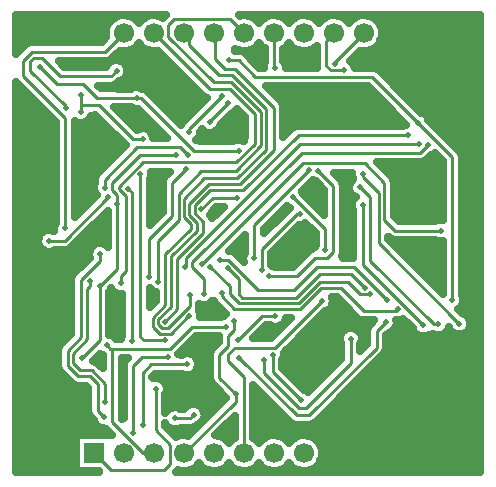
<source format=gbl>
G04 DipTrace 2.4.0.2*
%INBottom.gbr*%
%MOIN*%
%ADD13C,0.01*%
%ADD16C,0.025*%
%ADD31R,0.0669X0.0669*%
%ADD32C,0.0669*%
%ADD49C,0.02*%
%FSLAX44Y44*%
G04*
G70*
G90*
G75*
G01*
%LNBottom*%
%LPD*%
X11600Y9340D2*
D13*
Y9040D1*
X11420Y8860D1*
Y8520D1*
X11120Y8220D1*
Y7460D1*
X11660Y6920D1*
Y6660D1*
X9940Y4940D1*
X7140Y10500D2*
Y8720D1*
X6540Y8120D1*
X7720Y13260D2*
Y11080D1*
X7140Y10500D1*
X18880Y10060D2*
Y14800D1*
X17740Y15940D1*
X11440Y18040D2*
X11760D1*
X12320Y17480D1*
X16200D1*
X17740Y15940D1*
X10800Y15980D2*
Y16000D1*
X11400Y16600D1*
X7720Y13260D2*
Y13540D1*
X7540Y13720D1*
Y13960D1*
X8460Y14880D1*
X9660D1*
X11940Y4940D2*
Y7480D1*
X11420Y8000D1*
Y8240D1*
X11640Y8460D1*
X12980D1*
X14540Y10020D1*
X12280Y11440D2*
Y12540D1*
X14120Y14380D1*
X14980Y17920D2*
Y17980D1*
X15940Y18940D1*
X10600Y10240D2*
Y10760D1*
X10220Y11140D1*
Y11320D1*
X13860Y14960D1*
X17820D1*
X18080Y15220D1*
X11760Y8120D2*
X11780D1*
X13700Y6200D1*
X14100D1*
X16360Y8460D1*
Y9000D1*
X16660Y9300D1*
X15500Y8760D2*
Y7940D1*
X14000Y6440D1*
X13780D1*
X12600Y7620D1*
Y8040D1*
X12620Y8060D1*
X18420Y9240D2*
X18260D1*
X16140Y11360D1*
Y13480D1*
X15820Y13800D1*
X15900Y13200D2*
Y11220D1*
X17920Y9200D1*
X15900Y14260D2*
Y14140D1*
X16440Y13600D1*
Y11940D1*
X19120Y9260D1*
X10040Y7900D2*
X8840D1*
X8560Y7620D1*
Y5880D1*
X5440Y12020D2*
X5960D1*
X7420Y13480D1*
X8200Y8680D2*
Y13640D1*
X8080Y13760D1*
X12980Y9520D2*
X12540D1*
X11740Y8720D1*
X12900Y8220D2*
Y7640D1*
X13840Y6700D1*
X6002Y16440D2*
Y16503D1*
X4815Y17690D1*
Y18003D1*
X4940Y18128D1*
X5190D1*
X5815Y17502D1*
X7502D1*
X7690Y17690D1*
X8359Y16781D2*
X7037D1*
X6565Y17252D1*
X5690D1*
X5127Y17815D1*
X14640Y11700D2*
Y12400D1*
X13560Y13480D1*
X11760Y15020D2*
X10260D1*
X8499Y16781D1*
X8359D1*
X6503Y16878D2*
Y16557D1*
Y16315D1*
X8560Y15400D2*
X8240D1*
X7100Y16540D1*
X6520D1*
X6503Y16557D1*
X8480Y14240D2*
Y8820D1*
X8600Y8700D1*
X9300D1*
X11340Y9160D2*
X10200D1*
X9460Y8420D1*
X7554D1*
X7480D1*
X7360Y8540D1*
X7554Y8420D2*
Y5966D1*
X8580Y4940D1*
X8940D1*
X17420Y15540D2*
X13760D1*
X11920Y13700D1*
X10800D1*
X10300Y13200D1*
Y12940D1*
X10580Y12660D1*
Y12280D1*
X9720Y11420D1*
Y9740D1*
X9300Y9320D1*
X6815Y10695D2*
Y10515D1*
X6720Y10420D1*
Y8740D1*
X6240Y8260D1*
Y7940D1*
X6480Y7700D1*
X6860D1*
X7320Y7240D1*
Y6660D1*
X10140Y10220D2*
Y9840D1*
X9400Y9100D1*
X9220D1*
X9080Y9240D1*
Y9400D1*
X9500Y9820D1*
Y11500D1*
X10360Y12360D1*
Y12620D1*
X10100Y12880D1*
Y13260D1*
X10760Y13920D1*
X11800D1*
X12940Y15060D1*
Y16440D1*
X11640Y17740D1*
X11300D1*
X10960Y18080D1*
Y18920D1*
X10940Y18940D1*
X7140Y11580D2*
Y11360D1*
X6500Y10720D1*
Y8800D1*
X6060Y8360D1*
Y7860D1*
X6420Y7500D1*
X6800D1*
X7060Y7240D1*
Y6360D1*
X7280Y6140D1*
X9640Y6100D2*
X10140D1*
X10260Y6220D1*
X10120Y9500D2*
X10080D1*
X9500Y8920D1*
X9140D1*
X8900Y9160D1*
Y9460D1*
X9320Y9880D1*
Y11580D1*
X10160Y12420D1*
Y12580D1*
X9940Y12800D1*
Y13420D1*
X10620Y14100D1*
X11720D1*
X12680Y15060D1*
Y16400D1*
X11540Y17540D1*
X11120D1*
X10100Y18560D1*
Y18780D1*
X9940Y18940D1*
X11206Y10294D2*
Y10174D1*
X11620Y9760D1*
X13820D1*
X14520Y10460D1*
X15160D1*
X15940Y9680D1*
X17000D1*
X17060Y9740D1*
X15980Y10460D2*
X15520Y10920D1*
X14460D1*
X13660Y10120D1*
X11880D1*
X11760Y10240D1*
Y10740D1*
X11400Y11100D1*
X18500Y12360D2*
X16980D1*
X16620Y12720D1*
Y13960D1*
X15980Y14600D1*
X13900D1*
X10540Y11240D1*
X11140Y11380D2*
X11420D1*
X12420Y10380D1*
X13600D1*
X14360Y11140D1*
X15620D1*
X16700Y10060D1*
X16140Y10240D2*
X15820D1*
X15400Y10660D1*
X14480D1*
X13760Y9940D1*
X11760D1*
X11460Y10240D1*
Y10500D1*
X10820Y11140D1*
X12540Y11040D2*
Y11760D1*
X13700Y12920D1*
X13800D1*
X12980Y17780D2*
X12940Y17820D1*
Y18940D1*
X9080Y10660D2*
Y12020D1*
X9760Y12700D1*
Y13580D1*
X10520Y14340D1*
X11660D1*
X12520Y15200D1*
Y16300D1*
X11520Y17300D1*
X10940D1*
X9420Y18820D1*
Y19200D1*
X9620Y19400D1*
X11480D1*
X11940Y18940D1*
X12780Y10840D2*
X13700D1*
X14320Y11460D1*
X14720D1*
X14920Y11660D1*
Y13860D1*
X14420Y14360D1*
X15280Y17700D2*
X14840D1*
X14680Y17860D1*
Y18680D1*
X14940Y18940D1*
X8780Y10820D2*
Y12080D1*
X9540Y12840D1*
Y13940D1*
X10000Y14400D1*
X10120Y15660D2*
Y15760D1*
X11220Y16860D1*
X9000Y7080D2*
Y5700D1*
X9480Y5220D1*
Y4580D1*
X9280Y4380D1*
X7500D1*
X6940Y4940D1*
X9400Y8140D2*
X8540D1*
X8240Y7840D1*
Y5620D1*
X7840Y10600D2*
Y10860D1*
X8000Y11020D1*
Y13520D1*
X7760Y13760D1*
Y13820D1*
X8580Y14640D1*
X11680D1*
X12300Y15260D1*
Y16260D1*
X11480Y17080D1*
X10800D1*
X8940Y18940D1*
X5980Y12440D2*
Y16100D1*
X4560Y17520D1*
Y18020D1*
X4860Y18320D1*
X7320D1*
X7940Y18940D1*
X7300Y13780D2*
Y14060D1*
X8380Y15140D1*
X9800D1*
X10060Y14880D1*
X11720Y13460D2*
X10891D1*
X10511Y13080D1*
X17760Y15260D2*
X13820D1*
X10020Y11460D1*
Y11220D1*
X9960Y11160D1*
D49*
X11600Y9340D3*
X11660Y6920D3*
X7140Y10500D3*
X6540Y8120D3*
X7720Y13260D3*
X7140Y10500D3*
X18880Y10060D3*
X17740Y15940D3*
X11440Y18040D3*
X10800Y15980D3*
X11400Y16600D3*
X9660Y14880D3*
X7720Y13260D3*
X14540Y10020D3*
X12280Y11440D3*
X14120Y14380D3*
X14980Y17920D3*
X10600Y10240D3*
X18080Y15220D3*
X11760Y8120D3*
X16660Y9300D3*
X15500Y8760D3*
X12620Y8060D3*
X18420Y9240D3*
X15820Y13800D3*
X15900Y13200D3*
X17920Y9200D3*
X15900Y14260D3*
X19120Y9260D3*
X10040Y7900D3*
X8560Y5880D3*
X5440Y12020D3*
X7420Y13480D3*
X8200Y8680D3*
X8080Y13760D3*
X12980Y9520D3*
X11740Y8720D3*
X12900Y8220D3*
X13840Y6700D3*
X6002Y16440D3*
X7690Y17690D3*
X8359Y16781D3*
X5127Y17815D3*
X14640Y11700D3*
X13560Y13480D3*
X11760Y15020D3*
X8359Y16781D3*
X6503Y16878D3*
Y16315D3*
X8560Y15400D3*
X8480Y14240D3*
X9300Y8700D3*
X11340Y9160D3*
X7360Y8540D3*
X17420Y15540D3*
X9300Y9320D3*
X6815Y10695D3*
X7320Y6660D3*
X10140Y10220D3*
X7140Y11580D3*
X7280Y6140D3*
X9640Y6100D3*
X10260Y6220D3*
X10120Y9500D3*
X11206Y10294D3*
X17060Y9740D3*
X15980Y10460D3*
X11400Y11100D3*
X18500Y12360D3*
X10540Y11240D3*
X11140Y11380D3*
X16700Y10060D3*
X16140Y10240D3*
X10820Y11140D3*
X12540Y11040D3*
X13800Y12920D3*
X12980Y17780D3*
X9080Y10660D3*
X12780Y10840D3*
X14420Y14360D3*
X15280Y17700D3*
X8780Y10820D3*
X10000Y14400D3*
X10120Y15660D3*
X11220Y16860D3*
X9000Y7080D3*
X9400Y8140D3*
X8240Y5620D3*
X7840Y10600D3*
X5980Y12440D3*
X7300Y13780D3*
X10060Y14880D3*
X11720Y13460D3*
X10511Y13080D3*
X17760Y15260D3*
X9960Y11160D3*
X4350Y19306D2*
D16*
X7439D1*
X16438D2*
X19790D1*
X4350Y19058D2*
X7325D1*
X16551D2*
X19790D1*
X4350Y18809D2*
X7329D1*
X16551D2*
X19790D1*
X4350Y18560D2*
X4630D1*
X16430D2*
X19790D1*
X7782Y18312D2*
X9099D1*
X11946D2*
X12599D1*
X13282D2*
X14341D1*
X15782D2*
X19790D1*
X7528Y18063D2*
X9345D1*
X12207D2*
X12599D1*
X13282D2*
X14341D1*
X15532D2*
X19790D1*
X8059Y17814D2*
X9595D1*
X12457D2*
X12591D1*
X13368D2*
X14345D1*
X15653D2*
X19790D1*
X8059Y17565D2*
X9845D1*
X16586D2*
X19790D1*
X7786Y17317D2*
X10091D1*
X16832D2*
X19790D1*
X4350Y17068D2*
X4540D1*
X8653D2*
X10341D1*
X12782D2*
X16142D1*
X17082D2*
X19790D1*
X4350Y16819D2*
X4790D1*
X8930D2*
X10599D1*
X13032D2*
X16392D1*
X17332D2*
X19790D1*
X4350Y16571D2*
X5040D1*
X9180D2*
X10462D1*
X13250D2*
X16638D1*
X17579D2*
X19790D1*
X4350Y16322D2*
X5286D1*
X7789D2*
X8489D1*
X9430D2*
X10212D1*
X11661D2*
X11767D1*
X13282D2*
X16888D1*
X17829D2*
X19790D1*
X4350Y16073D2*
X5536D1*
X6801D2*
X7095D1*
X8036D2*
X8736D1*
X9676D2*
X9962D1*
X11344D2*
X11958D1*
X13282D2*
X17138D1*
X18106D2*
X19790D1*
X4350Y15825D2*
X5642D1*
X6321D2*
X7345D1*
X8286D2*
X8986D1*
X11157D2*
X11958D1*
X13282D2*
X13599D1*
X18325D2*
X19790D1*
X4350Y15576D2*
X5642D1*
X6321D2*
X7595D1*
X8903D2*
X9236D1*
X10500D2*
X11958D1*
X18575D2*
X19790D1*
X4350Y15327D2*
X5642D1*
X6321D2*
X7841D1*
X18825D2*
X19790D1*
X4350Y15079D2*
X5642D1*
X6321D2*
X7849D1*
X19071D2*
X19790D1*
X4350Y14830D2*
X5642D1*
X6321D2*
X7599D1*
X18161D2*
X18380D1*
X19219D2*
X19790D1*
X4350Y14581D2*
X5642D1*
X6321D2*
X7353D1*
X16469D2*
X18540D1*
X19219D2*
X19790D1*
X4350Y14333D2*
X5642D1*
X6321D2*
X7103D1*
X16719D2*
X18540D1*
X19219D2*
X19790D1*
X4350Y14084D2*
X5642D1*
X6321D2*
X6962D1*
X8836D2*
X9236D1*
X15168D2*
X15556D1*
X16934D2*
X18540D1*
X19219D2*
X19790D1*
X4350Y13835D2*
X5642D1*
X6321D2*
X6915D1*
X8821D2*
X9200D1*
X14047D2*
X14474D1*
X15258D2*
X15431D1*
X16961D2*
X18540D1*
X19219D2*
X19790D1*
X4350Y13586D2*
X5642D1*
X6321D2*
X6966D1*
X8821D2*
X9200D1*
X13934D2*
X14579D1*
X15258D2*
X15497D1*
X16961D2*
X18540D1*
X19219D2*
X19790D1*
X4350Y13338D2*
X5642D1*
X6321D2*
X6806D1*
X8821D2*
X9200D1*
X14172D2*
X14579D1*
X15258D2*
X15536D1*
X16961D2*
X18540D1*
X19219D2*
X19790D1*
X4350Y13089D2*
X5642D1*
X6321D2*
X6560D1*
X8821D2*
X9200D1*
X10993D2*
X11177D1*
X13301D2*
X13401D1*
X14422D2*
X14579D1*
X15258D2*
X15529D1*
X16961D2*
X18540D1*
X19219D2*
X19790D1*
X4350Y12840D2*
X5642D1*
X7250D2*
X7379D1*
X8821D2*
X9071D1*
X13051D2*
X13151D1*
X15258D2*
X15560D1*
X16969D2*
X18540D1*
X19219D2*
X19790D1*
X4350Y12592D2*
X5622D1*
X7000D2*
X7380D1*
X12801D2*
X12901D1*
X15258D2*
X15560D1*
X19219D2*
X19790D1*
X4350Y12343D2*
X5247D1*
X6754D2*
X7380D1*
X13594D2*
X14228D1*
X15258D2*
X15560D1*
X19219D2*
X19790D1*
X4350Y12094D2*
X5056D1*
X6504D2*
X7380D1*
X11864D2*
X11943D1*
X13344D2*
X14302D1*
X15258D2*
X15560D1*
X19219D2*
X19790D1*
X4350Y11846D2*
X5095D1*
X6254D2*
X6864D1*
X11618D2*
X11939D1*
X13094D2*
X14282D1*
X15258D2*
X15560D1*
X17004D2*
X18540D1*
X19219D2*
X19790D1*
X4350Y11597D2*
X6751D1*
X11672D2*
X11927D1*
X12879D2*
X13986D1*
X15254D2*
X15560D1*
X17254D2*
X18540D1*
X19219D2*
X19790D1*
X4350Y11348D2*
X6657D1*
X12879D2*
X13739D1*
X17500D2*
X18540D1*
X19219D2*
X19790D1*
X4350Y11100D2*
X6407D1*
X17750D2*
X18540D1*
X19219D2*
X19790D1*
X4350Y10851D2*
X6189D1*
X18000D2*
X18540D1*
X19219D2*
X19790D1*
X4350Y10602D2*
X6161D1*
X18246D2*
X18540D1*
X19219D2*
X19790D1*
X4350Y10354D2*
X6161D1*
X19219D2*
X19790D1*
X4350Y10105D2*
X6161D1*
X7481D2*
X7861D1*
X8821D2*
X8982D1*
X14918D2*
X15047D1*
X19266D2*
X19790D1*
X4350Y9856D2*
X6161D1*
X7481D2*
X7861D1*
X10481D2*
X11052D1*
X14891D2*
X15294D1*
X19207D2*
X19790D1*
X4350Y9607D2*
X6161D1*
X7481D2*
X7861D1*
X10493D2*
X11302D1*
X14598D2*
X15544D1*
X19258D2*
X19790D1*
X4350Y9359D2*
X6161D1*
X7481D2*
X7861D1*
X13332D2*
X13409D1*
X14348D2*
X16247D1*
X17043D2*
X17290D1*
X19496D2*
X19790D1*
X4350Y9110D2*
X6161D1*
X7481D2*
X7861D1*
X12602D2*
X13161D1*
X14102D2*
X15372D1*
X15629D2*
X16040D1*
X16996D2*
X17540D1*
X19477D2*
X19790D1*
X4350Y8861D2*
X6091D1*
X7559D2*
X7857D1*
X12352D2*
X12911D1*
X13852D2*
X15126D1*
X15875D2*
X16018D1*
X16700D2*
X17759D1*
X18082D2*
X19790D1*
X4350Y8613D2*
X5841D1*
X10121D2*
X11044D1*
X13602D2*
X15142D1*
X15860D2*
X16024D1*
X16700D2*
X19790D1*
X4350Y8364D2*
X5720D1*
X9875D2*
X10814D1*
X13356D2*
X15161D1*
X16684D2*
X19790D1*
X4350Y8115D2*
X5720D1*
X7004D2*
X7216D1*
X10360D2*
X10779D1*
X13274D2*
X15161D1*
X16485D2*
X19790D1*
X4350Y7867D2*
X5720D1*
X10430D2*
X10779D1*
X13239D2*
X14958D1*
X16239D2*
X19790D1*
X4350Y7618D2*
X5833D1*
X10297D2*
X10779D1*
X13391D2*
X14708D1*
X15989D2*
X19790D1*
X4350Y7369D2*
X6079D1*
X9246D2*
X10794D1*
X13641D2*
X14458D1*
X15739D2*
X19790D1*
X4350Y7121D2*
X6708D1*
X9387D2*
X10989D1*
X13891D2*
X14212D1*
X15493D2*
X19790D1*
X4350Y6872D2*
X6720D1*
X9340D2*
X11239D1*
X12282D2*
X12556D1*
X15243D2*
X19790D1*
X4350Y6623D2*
X6720D1*
X9340D2*
X11154D1*
X12282D2*
X12806D1*
X14993D2*
X19790D1*
X4350Y6375D2*
X6720D1*
X10614D2*
X10904D1*
X12282D2*
X13056D1*
X14746D2*
X19790D1*
X4350Y6126D2*
X6825D1*
X12282D2*
X13302D1*
X14496D2*
X19790D1*
X4350Y5877D2*
X7001D1*
X11348D2*
X11599D1*
X12282D2*
X19790D1*
X4350Y5628D2*
X7423D1*
X9543D2*
X10157D1*
X11098D2*
X11599D1*
X12282D2*
X19790D1*
X4350Y5380D2*
X6314D1*
X11371D2*
X11511D1*
X12371D2*
X12511D1*
X13371D2*
X13511D1*
X14371D2*
X19790D1*
X4350Y5131D2*
X6314D1*
X14532D2*
X19790D1*
X4350Y4882D2*
X6314D1*
X14563D2*
X19790D1*
X4350Y4634D2*
X6314D1*
X14481D2*
X19790D1*
X4350Y4385D2*
X6314D1*
X10192D2*
X10689D1*
X11192D2*
X11689D1*
X12192D2*
X12689D1*
X13192D2*
X13689D1*
X14192D2*
X19790D1*
X8440Y18613D2*
X8343Y18496D1*
X8242Y18422D1*
X8129Y18371D1*
X8007Y18344D1*
X7882Y18343D1*
X7802Y18360D1*
X7543Y18097D1*
X7439Y18028D1*
X7320Y18005D1*
X5761D1*
X5946Y17817D1*
X7350D1*
X7394Y17904D1*
X7483Y17991D1*
X7596Y18043D1*
X7720Y18054D1*
X7840Y18023D1*
X7943Y17953D1*
X8017Y17852D1*
X8052Y17733D1*
X8055Y17690D1*
X8034Y17567D1*
X7973Y17459D1*
X7879Y17378D1*
X7788Y17342D1*
X7725Y17280D1*
X7622Y17211D1*
X7502Y17187D1*
X7077D1*
X7166Y17097D1*
X8174Y17096D1*
X8265Y17133D1*
X8389Y17144D1*
X8510Y17113D1*
X8539Y17094D1*
X8591Y17082D1*
X8678Y17040D1*
X8628Y17068D1*
X8722Y17003D1*
X9835Y15890D1*
X9897Y15983D1*
X10696Y16781D1*
X10577Y16857D1*
X9077Y18357D1*
X9007Y18344D1*
X8882Y18343D1*
X8760Y18368D1*
X8645Y18418D1*
X8544Y18490D1*
X8441Y18612D1*
X7356Y18804D2*
X7340Y18931D1*
X7352Y19055D1*
X7388Y19175D1*
X7449Y19284D1*
X7531Y19378D1*
X7630Y19453D1*
X7743Y19506D1*
X7864Y19535D1*
X7989Y19538D1*
X8112Y19515D1*
X8227Y19467D1*
X8330Y19396D1*
X8416Y19305D1*
X8438Y19269D1*
X8531Y19378D1*
X8630Y19453D1*
X8743Y19506D1*
X8864Y19535D1*
X8989Y19538D1*
X9112Y19515D1*
X9237Y19460D1*
X9327Y19553D1*
X8440Y19555D1*
X4325D1*
Y18231D1*
X4637Y18543D1*
X4741Y18612D1*
X4860Y18635D1*
X7192D1*
X7354Y18800D1*
X11807Y19521D2*
X11864Y19535D1*
X11989Y19538D1*
X12112Y19515D1*
X12227Y19467D1*
X12330Y19396D1*
X12416Y19305D1*
X12438Y19269D1*
X12531Y19378D1*
X12630Y19453D1*
X12743Y19506D1*
X12864Y19535D1*
X12989Y19538D1*
X13112Y19515D1*
X13227Y19467D1*
X13330Y19396D1*
X13416Y19305D1*
X13438Y19269D1*
X13531Y19378D1*
X13630Y19453D1*
X13743Y19506D1*
X13864Y19535D1*
X13989Y19538D1*
X14112Y19515D1*
X14227Y19467D1*
X14330Y19396D1*
X14416Y19305D1*
X14438Y19269D1*
X14531Y19378D1*
X14630Y19453D1*
X14743Y19506D1*
X14864Y19535D1*
X14989Y19538D1*
X15112Y19515D1*
X15227Y19467D1*
X15330Y19396D1*
X15416Y19305D1*
X15438Y19269D1*
X15531Y19378D1*
X15630Y19453D1*
X15743Y19506D1*
X15864Y19535D1*
X15989Y19538D1*
X16112Y19515D1*
X16227Y19467D1*
X16330Y19396D1*
X16416Y19305D1*
X16481Y19199D1*
X16523Y19081D1*
X16540Y18940D1*
X16527Y18816D1*
X16488Y18697D1*
X16426Y18589D1*
X16343Y18496D1*
X16242Y18422D1*
X16129Y18371D1*
X16007Y18344D1*
X15882Y18343D1*
X15802Y18360D1*
X15464Y18018D1*
X15533Y17963D1*
X15607Y17862D1*
X15628Y17792D1*
X16200Y17795D1*
X16322Y17771D1*
X16423Y17703D1*
X17834Y16291D1*
X17890Y16273D1*
X17993Y16203D1*
X18067Y16102D1*
X18086Y16039D1*
X19103Y15023D1*
X19172Y14919D1*
X19195Y14800D1*
Y10241D1*
X19242Y10103D1*
X19245Y10060D1*
X19224Y9937D1*
X19163Y9829D1*
X19072Y9750D1*
X19212Y9613D1*
X19270Y9593D1*
X19373Y9523D1*
X19447Y9422D1*
X19482Y9303D1*
X19485Y9260D1*
X19464Y9137D1*
X19403Y9029D1*
X19309Y8948D1*
X19193Y8902D1*
X19069Y8899D1*
X18950Y8937D1*
X18852Y9013D1*
X18784Y9117D1*
X18774Y9159D1*
X18764Y9117D1*
X18703Y9009D1*
X18609Y8928D1*
X18493Y8882D1*
X18369Y8879D1*
X18241Y8924D1*
X18109Y8888D1*
X17993Y8842D1*
X17869Y8839D1*
X17750Y8877D1*
X17652Y8953D1*
X17584Y9057D1*
X17574Y9099D1*
X17247Y9427D1*
X17133Y9382D1*
X17019Y9366D1*
X17025Y9300D1*
X17004Y9177D1*
X16943Y9069D1*
X16849Y8988D1*
X16758Y8952D1*
X16676Y8870D1*
X16675Y8460D1*
X16651Y8338D1*
X16583Y8237D1*
X14323Y5977D1*
X14219Y5908D1*
X14100Y5885D1*
X13700D1*
X13578Y5909D1*
X13477Y5977D1*
X12254Y7201D1*
X12255Y5453D1*
X12330Y5396D1*
X12416Y5305D1*
X12438Y5269D1*
X12531Y5378D1*
X12630Y5453D1*
X12743Y5506D1*
X12864Y5535D1*
X12989Y5538D1*
X13112Y5515D1*
X13227Y5467D1*
X13330Y5396D1*
X13416Y5305D1*
X13438Y5269D1*
X13531Y5378D1*
X13630Y5453D1*
X13743Y5506D1*
X13864Y5535D1*
X13989Y5538D1*
X14112Y5515D1*
X14227Y5467D1*
X14330Y5396D1*
X14416Y5305D1*
X14481Y5199D1*
X14523Y5081D1*
X14540Y4940D1*
X14527Y4816D1*
X14488Y4697D1*
X14426Y4589D1*
X14343Y4496D1*
X14242Y4422D1*
X14129Y4371D1*
X14007Y4344D1*
X13882Y4343D1*
X13760Y4368D1*
X13645Y4418D1*
X13544Y4490D1*
X13441Y4612D1*
X13343Y4496D1*
X13242Y4422D1*
X13129Y4371D1*
X13007Y4344D1*
X12882Y4343D1*
X12760Y4368D1*
X12645Y4418D1*
X12544Y4490D1*
X12441Y4612D1*
X12343Y4496D1*
X12242Y4422D1*
X12129Y4371D1*
X12007Y4344D1*
X11882Y4343D1*
X11760Y4368D1*
X11645Y4418D1*
X11544Y4490D1*
X11441Y4612D1*
X11343Y4496D1*
X11242Y4422D1*
X11129Y4371D1*
X11007Y4344D1*
X10882Y4343D1*
X10760Y4368D1*
X10645Y4418D1*
X10544Y4490D1*
X10441Y4612D1*
X10343Y4496D1*
X10242Y4422D1*
X10129Y4371D1*
X10007Y4344D1*
X9882Y4343D1*
X9728Y4382D1*
X9672Y4327D1*
X12200Y4325D1*
X19815D1*
Y19555D1*
X11772D1*
X11799Y19526D1*
X13440Y18613D2*
X13343Y18496D1*
X13252Y18429D1*
X13255Y18022D1*
X13307Y17942D1*
X13344Y17795D1*
X14371D1*
X14365Y18110D1*
Y18520D1*
X14242Y18422D1*
X14129Y18371D1*
X14007Y18344D1*
X13882Y18343D1*
X13760Y18368D1*
X13645Y18418D1*
X13544Y18490D1*
X13441Y18612D1*
X12623Y18434D2*
X12544Y18490D1*
X12441Y18612D1*
X12343Y18496D1*
X12242Y18422D1*
X12129Y18371D1*
X12007Y18344D1*
X11882Y18343D1*
X11760Y18368D1*
X11645Y18418D1*
X11624Y18355D1*
X11760D1*
X11882Y18331D1*
X11983Y18263D1*
X12450Y17796D1*
X12613Y17795D1*
X12625Y18070D1*
Y18433D1*
X9669Y5472D2*
X9743Y5506D1*
X9864Y5535D1*
X9989Y5538D1*
X10077Y5521D1*
X10499Y5944D1*
X10449Y5908D1*
X10358Y5872D1*
X10270Y5813D1*
X10140Y5785D1*
X9824D1*
X9713Y5742D1*
X9589Y5739D1*
X9470Y5777D1*
X9372Y5853D1*
X9315Y5941D1*
X9314Y5832D1*
X9671Y5475D1*
X10985Y5538D2*
X11112Y5515D1*
X11227Y5467D1*
X11330Y5396D1*
X11416Y5305D1*
X11438Y5269D1*
X11531Y5378D1*
X11627Y5451D1*
X11625Y6178D1*
X10985Y5540D1*
X11307Y6827D2*
X10897Y7237D1*
X10828Y7341D1*
X10805Y7460D1*
Y8220D1*
X10829Y8342D1*
X10897Y8443D1*
X11105Y8649D1*
Y8846D1*
X10328Y8845D1*
X9746Y8261D1*
X9840Y8215D1*
X9860D1*
X9946Y8253D1*
X10070Y8264D1*
X10190Y8233D1*
X10293Y8163D1*
X10367Y8062D1*
X10402Y7943D1*
X10405Y7900D1*
X10384Y7777D1*
X10323Y7669D1*
X10229Y7588D1*
X10113Y7542D1*
X9989Y7539D1*
X9861Y7584D1*
X8974Y7585D1*
X8872Y7487D1*
X8906Y7433D1*
X9030Y7444D1*
X9150Y7413D1*
X9253Y7343D1*
X9327Y7242D1*
X9362Y7123D1*
X9365Y7080D1*
X9344Y6957D1*
X9315Y6907D1*
Y6264D1*
X9344Y6314D1*
X9433Y6401D1*
X9546Y6453D1*
X9670Y6464D1*
X9790Y6433D1*
X9819Y6413D1*
X9949Y6415D1*
X10053Y6521D1*
X10166Y6573D1*
X10290Y6584D1*
X10410Y6553D1*
X10513Y6483D1*
X10587Y6382D1*
X10622Y6263D1*
X10625Y6220D1*
X10604Y6097D1*
X10543Y5989D1*
X10449Y5908D1*
X10601Y6047D1*
X11324Y6777D1*
X11314Y6819D1*
X11308Y6754D1*
X11328Y6773D1*
X11289Y9522D2*
X11304Y9554D1*
X11340Y9589D1*
X10983Y9952D1*
X10945Y9998D1*
X10883Y10009D1*
X10789Y9928D1*
X10673Y9882D1*
X10549Y9879D1*
X10456Y9909D1*
X10455Y9840D1*
X10425Y9708D1*
X10482Y9543D1*
X10480Y9473D1*
X11157Y9475D1*
X11246Y9513D1*
X11281Y9516D1*
X7455Y10316D2*
Y8895D1*
X7510Y8873D1*
X7613Y8803D1*
X7662Y8737D1*
X7839Y8735D1*
X7850Y8782D1*
X7885Y8855D1*
Y10239D1*
X7789D1*
X7670Y10277D1*
X7572Y10353D1*
X7519Y10434D1*
X7493Y10407D1*
X7455Y10327D1*
X7128Y8262D2*
X6890Y8025D1*
X6982Y7991D1*
X7083Y7923D1*
X7240Y7765D1*
X7239Y8197D1*
X7190Y8217D1*
X7132Y8262D1*
X18565Y10259D2*
Y12001D1*
X18449Y11999D1*
X18321Y12044D1*
X16980Y12045D1*
X16858Y12069D1*
X16755Y12140D1*
Y12073D1*
X16851D1*
X16757Y12137D1*
X16754Y12072D1*
X18566Y10260D1*
X18565Y12720D2*
Y14673D1*
X18301Y14934D1*
X18269Y14908D1*
X18178Y14872D1*
X18043Y14737D1*
X17939Y14668D1*
X17820Y14645D1*
X16379D1*
X16843Y14183D1*
X16912Y14079D1*
X16935Y13960D1*
Y12847D1*
X17111Y12675D1*
X18312D1*
X18406Y12713D1*
X18530Y12724D1*
X18564Y12715D1*
X16071Y17165D2*
X12657D1*
X13163Y16663D1*
X13232Y16559D1*
X13255Y16440D1*
Y15483D1*
X13537Y15763D1*
X13641Y15832D1*
X13760Y15855D1*
X17233D1*
X17338Y15894D1*
X16067Y17167D1*
X11493Y16247D2*
X11161Y15916D1*
X11144Y15857D1*
X11083Y15749D1*
X10989Y15668D1*
X10873Y15622D1*
X10749Y15619D1*
X10630Y15657D1*
X10535Y15730D1*
X10485Y15660D1*
X10464Y15537D1*
X10403Y15429D1*
X10347Y15381D1*
X10510Y15335D1*
X11576D1*
X11666Y15373D1*
X11790Y15384D1*
X11910Y15353D1*
X11933Y15337D1*
X11985Y15510D1*
Y16131D1*
X11710Y16405D1*
X11683Y16369D1*
X11589Y16288D1*
X11498Y16252D1*
X12238Y8775D2*
X12847D1*
X13522Y9448D1*
X13340Y9445D1*
X13324Y9397D1*
X13263Y9289D1*
X13169Y9208D1*
X13053Y9162D1*
X12929Y9159D1*
X12801Y9204D1*
X12671Y9205D1*
X12241Y8775D1*
X14633Y9667D2*
X13258Y8293D1*
X13265Y8220D1*
X13244Y8097D1*
X13215Y8047D1*
Y7771D1*
X13932Y7053D1*
X13990Y7033D1*
X14084Y6969D1*
X15183Y8069D1*
X15185Y8577D1*
X15164Y8617D1*
X15136Y8738D1*
X15150Y8862D1*
X15204Y8974D1*
X15293Y9061D1*
X15406Y9113D1*
X15530Y9124D1*
X15650Y9093D1*
X15753Y9023D1*
X15827Y8922D1*
X15862Y8803D1*
X15865Y8760D1*
X15844Y8637D1*
X15815Y8587D1*
Y8358D1*
X16046Y8591D1*
X16045Y9000D1*
X16069Y9122D1*
X16137Y9223D1*
X16278Y9364D1*
X15940Y9365D1*
X15818Y9389D1*
X15717Y9457D1*
X15029Y10145D1*
X14883D1*
X14905Y10020D1*
X14884Y9897D1*
X14823Y9789D1*
X14729Y9708D1*
X14638Y9672D1*
X11965Y11624D2*
Y12217D1*
X11441Y11695D1*
X11542Y11671D1*
X11643Y11603D1*
X11944Y11302D1*
X11916Y11418D1*
X11930Y11542D1*
X11965Y11615D1*
X12595Y12411D2*
Y12263D1*
X13464Y13129D1*
X13390Y13157D1*
X13362Y13178D1*
X12594Y12409D1*
X14213Y14027D2*
X13865Y13679D1*
X13887Y13642D1*
X13906Y13579D1*
X14603Y12882D1*
X14605Y13726D1*
X14330Y14005D1*
X14247Y14039D1*
X15661Y13473D2*
X15552Y13553D1*
X15484Y13657D1*
X15456Y13778D1*
X15470Y13902D1*
X15524Y14014D1*
X15588Y14076D1*
X15564Y14117D1*
X15536Y14238D1*
X15541Y14289D1*
X14937Y14285D1*
X15143Y14083D1*
X15212Y13979D1*
X15235Y13860D1*
Y11660D1*
X15205Y11528D1*
X15235Y11455D1*
X15583D1*
X15585Y12595D1*
Y13013D1*
X15564Y13057D1*
X15536Y13178D1*
X15550Y13302D1*
X15604Y13414D1*
X15662Y13471D1*
X6292Y12798D2*
X7027Y13533D1*
X6964Y13637D1*
X6936Y13758D1*
X6950Y13882D1*
X6985Y13955D1*
Y14060D1*
X7009Y14182D1*
X7077Y14283D1*
X7997Y15203D1*
X7399Y15796D1*
X6970Y16224D1*
X6846Y16192D1*
X6785Y16084D1*
X6691Y16003D1*
X6575Y15957D1*
X6451Y15954D1*
X6333Y15992D1*
X6293Y16023D1*
X6295Y14600D1*
Y12799D1*
X14325Y11884D2*
Y12266D1*
X13989Y12605D1*
X13873Y12562D1*
X13783Y12560D1*
X12854Y11628D1*
X12855Y11225D1*
X12870Y11191D1*
X12930Y11173D1*
X12959Y11153D1*
X13573Y11155D1*
X14097Y11683D1*
X14290Y11802D1*
X14325Y11875D1*
X8413Y16422D2*
X8308Y16419D1*
X8176Y16466D1*
X7621D1*
X8370Y15716D1*
X8466Y15753D1*
X8590Y15764D1*
X8710Y15733D1*
X8813Y15663D1*
X8887Y15562D1*
X8919Y15454D1*
X9376Y15455D1*
X8416Y16419D1*
X8308D1*
X8180Y16465D1*
X8795Y14056D2*
Y12541D1*
X9223Y12968D1*
X9225Y13940D1*
X9249Y14062D1*
X9317Y14163D1*
X9480Y14326D1*
X8832Y14325D1*
X8845Y14240D1*
X8824Y14117D1*
X8795Y14067D1*
Y10431D2*
Y9799D1*
X9006Y10011D1*
X9005Y10306D1*
X8910Y10337D1*
X8812Y10413D1*
X8797Y10436D1*
X8058Y8105D2*
X7870D1*
X7869Y6096D1*
X7925Y6120D1*
Y7840D1*
X7949Y7962D1*
X8017Y8063D1*
X8059Y8104D1*
X6109Y7366D2*
X5837Y7637D1*
X5768Y7741D1*
X5745Y7860D1*
Y8360D1*
X5769Y8482D1*
X5837Y8583D1*
X6185Y8929D1*
Y10720D1*
X6209Y10842D1*
X6277Y10943D1*
X6794Y11459D1*
X6776Y11558D1*
X6790Y11682D1*
X6844Y11794D1*
X6933Y11881D1*
X7046Y11933D1*
X7170Y11944D1*
X7290Y11913D1*
X7405Y11827D1*
Y13021D1*
X6183Y11797D1*
X6079Y11728D1*
X5960Y11705D1*
X5628D1*
X5513Y11662D1*
X5389Y11659D1*
X5270Y11697D1*
X5172Y11773D1*
X5104Y11877D1*
X5076Y11998D1*
X5090Y12122D1*
X5144Y12234D1*
X5233Y12321D1*
X5346Y12373D1*
X5470Y12384D1*
X5590Y12353D1*
X5619Y12333D1*
X5616Y12418D1*
X5630Y12542D1*
X5665Y12615D1*
Y15967D1*
X4330Y17306D1*
X4325Y17180D1*
Y4325D1*
X7110D1*
X7098Y4340D1*
X6340D1*
Y5540D1*
X7537D1*
X7324Y5752D1*
X7110Y5817D1*
X7012Y5893D1*
X6944Y5997D1*
X6934Y6039D1*
X6837Y6137D1*
X6768Y6241D1*
X6745Y6360D1*
Y7106D1*
X6671Y7185D1*
X6420D1*
X6298Y7209D1*
X6197Y7277D1*
X6109Y7366D1*
X11263Y13145D2*
X11021D1*
X10863Y12986D1*
X10808Y12873D1*
X10875Y12769D1*
X11123Y13009D1*
X11258Y13144D1*
D31*
X6940Y18940D3*
D32*
X7940D3*
X8940D3*
X9940D3*
X10940D3*
X11940D3*
X12940D3*
X13940D3*
X14940D3*
X15940D3*
D31*
X6940Y4940D3*
D32*
X7940D3*
X8940D3*
X9940D3*
X10940D3*
X11940D3*
X12940D3*
X13940D3*
X14940D3*
X15940D3*
M02*

</source>
